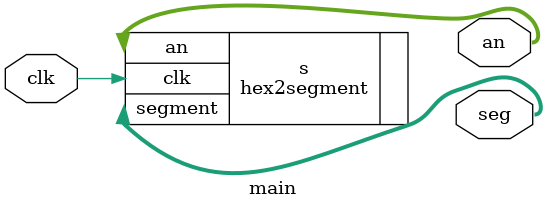
<source format=v>
`timescale 1ns / 1ps

module main(
output wire[6:0] seg,
output wire[3:0] an,
input clk);

hex2segment s(
.clk(clk),
.segment(seg),
.an(an));

endmodule
</source>
